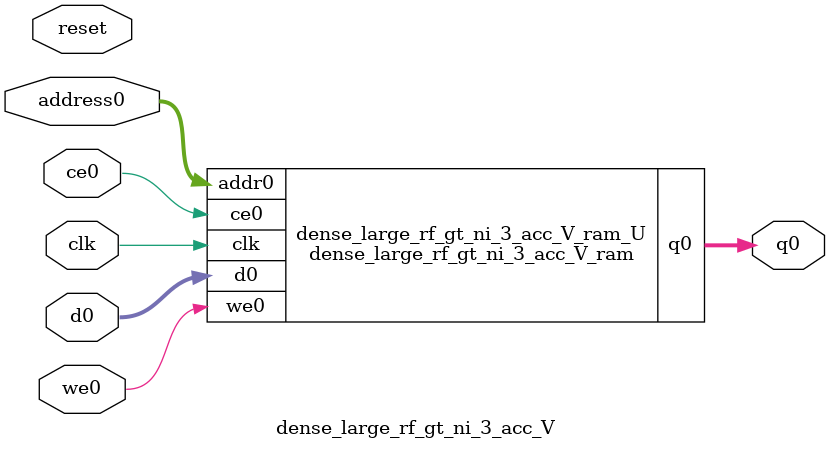
<source format=v>
`timescale 1 ns / 1 ps
module dense_large_rf_gt_ni_3_acc_V_ram (addr0, ce0, d0, we0, q0,  clk);

parameter DWIDTH = 12;
parameter AWIDTH = 7;
parameter MEM_SIZE = 84;

input[AWIDTH-1:0] addr0;
input ce0;
input[DWIDTH-1:0] d0;
input we0;
output reg[DWIDTH-1:0] q0;
input clk;

(* ram_style = "distributed" *)reg [DWIDTH-1:0] ram[0:MEM_SIZE-1];




always @(posedge clk)  
begin 
    if (ce0) 
    begin
        if (we0) 
        begin 
            ram[addr0] <= d0; 
        end 
        q0 <= ram[addr0];
    end
end


endmodule

`timescale 1 ns / 1 ps
module dense_large_rf_gt_ni_3_acc_V(
    reset,
    clk,
    address0,
    ce0,
    we0,
    d0,
    q0);

parameter DataWidth = 32'd12;
parameter AddressRange = 32'd84;
parameter AddressWidth = 32'd7;
input reset;
input clk;
input[AddressWidth - 1:0] address0;
input ce0;
input we0;
input[DataWidth - 1:0] d0;
output[DataWidth - 1:0] q0;



dense_large_rf_gt_ni_3_acc_V_ram dense_large_rf_gt_ni_3_acc_V_ram_U(
    .clk( clk ),
    .addr0( address0 ),
    .ce0( ce0 ),
    .we0( we0 ),
    .d0( d0 ),
    .q0( q0 ));

endmodule


</source>
